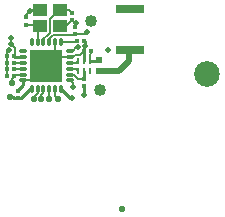
<source format=gtl>
%FSLAX24Y24*%
%MOIN*%
G70*
G01*
G75*
G04 Layer_Physical_Order=1*
G04 Layer_Color=255*
%ADD10R,0.0197X0.0197*%
%ADD11O,0.0295X0.0118*%
%ADD12O,0.0118X0.0295*%
%ADD13R,0.1102X0.1102*%
%ADD14R,0.0945X0.0295*%
%ADD15R,0.0098X0.0217*%
%ADD16R,0.0118X0.0118*%
%ADD17R,0.0118X0.0118*%
%ADD18R,0.0472X0.0394*%
%ADD19R,0.0472X0.0394*%
%ADD20C,0.0060*%
%ADD21C,0.0100*%
%ADD22C,0.0080*%
%ADD23C,0.0200*%
%ADD24C,0.0090*%
%ADD25C,0.0853*%
%ADD26C,0.0400*%
%ADD27C,0.0200*%
%ADD28C,0.0220*%
D10*
X18390Y17223D02*
D03*
Y17617D02*
D03*
D11*
X17437Y16918D02*
D03*
X15863Y17902D02*
D03*
X17437D02*
D03*
Y17705D02*
D03*
Y17508D02*
D03*
Y17312D02*
D03*
Y17115D02*
D03*
X15863Y16918D02*
D03*
Y17115D02*
D03*
Y17312D02*
D03*
Y17508D02*
D03*
Y17705D02*
D03*
D12*
X16158Y18197D02*
D03*
X17142Y16623D02*
D03*
X16945D02*
D03*
X16748D02*
D03*
X16552D02*
D03*
X16355D02*
D03*
Y18197D02*
D03*
X16552D02*
D03*
X16748D02*
D03*
X16945D02*
D03*
X17142D02*
D03*
X16158Y16623D02*
D03*
D13*
X16650Y17410D02*
D03*
D14*
X19430Y19288D02*
D03*
Y17930D02*
D03*
D15*
X17706Y17245D02*
D03*
Y17580D02*
D03*
X17903Y17245D02*
D03*
X18100D02*
D03*
Y17580D02*
D03*
X17903D02*
D03*
D16*
X17500Y19168D02*
D03*
Y18932D02*
D03*
X15980Y19018D02*
D03*
Y18782D02*
D03*
X17590Y18688D02*
D03*
Y18452D02*
D03*
X17900Y16732D02*
D03*
Y16968D02*
D03*
X15700Y16332D02*
D03*
Y16568D02*
D03*
D17*
X18148Y17910D02*
D03*
X17912D02*
D03*
X15342Y17730D02*
D03*
X15578D02*
D03*
Y17510D02*
D03*
X15342D02*
D03*
Y17290D02*
D03*
X15578D02*
D03*
X17918Y18250D02*
D03*
X17682D02*
D03*
X15578Y17060D02*
D03*
X15342D02*
D03*
D18*
X16430Y19252D02*
D03*
X17099D02*
D03*
Y18740D02*
D03*
D19*
X16430D02*
D03*
D20*
X17590Y18452D02*
X17978D01*
X17602Y18830D02*
X17650D01*
X17537Y18445D02*
X17542Y18440D01*
X16879Y18445D02*
X17537D01*
X17530Y16690D02*
Y16825D01*
X17437Y16918D02*
X17530Y16825D01*
X17142Y18197D02*
X17682D01*
X17500Y18932D02*
X17602Y18830D01*
X15980Y19018D02*
Y19100D01*
X16388Y18782D02*
X16430Y18740D01*
X15980Y18782D02*
X16388D01*
X15500Y16840D02*
Y16982D01*
X15578Y17060D01*
X15580Y17508D02*
X15863D01*
X15578Y17510D02*
X15580Y17508D01*
X15600Y17312D02*
X15863D01*
X15578Y17290D02*
X15600Y17312D01*
X15633Y17115D02*
X15863D01*
X15578Y17060D02*
X15633Y17115D01*
X16748Y18314D02*
X16879Y18445D01*
X16748Y18197D02*
Y18314D01*
X16552Y18197D02*
Y18300D01*
X16687Y18435D01*
X16695D01*
X16773Y18974D02*
X17051Y19252D01*
X16695Y18435D02*
X16773Y18513D01*
Y18974D01*
X17051Y19252D02*
X17099D01*
X16355Y18665D02*
X16430Y18740D01*
X16355Y18197D02*
Y18665D01*
X16552Y16502D02*
Y16623D01*
X16480Y16430D02*
X16552Y16502D01*
X16480Y16300D02*
Y16430D01*
X16355Y16485D02*
Y16623D01*
X16230Y16360D02*
X16355Y16485D01*
X16132Y19252D02*
X16430D01*
X17099D02*
X17416D01*
X17500Y19168D01*
X17308Y18740D02*
X17500Y18932D01*
X17099Y18740D02*
X17308D01*
X17613Y17778D02*
X17780D01*
X17903Y17901D01*
X17912Y17910D01*
X17437Y17705D02*
X17540D01*
X17613Y17778D01*
X15980Y19100D02*
X16132Y19252D01*
D21*
X17590Y18758D02*
X17632Y18800D01*
X17590Y18688D02*
Y18758D01*
X17632Y18800D02*
X17650Y18818D01*
X17632Y18800D02*
X17647D01*
X17435Y16330D02*
X17520D01*
X17142Y16623D02*
X17435Y16330D01*
X15863Y16763D02*
Y16918D01*
X15700Y16600D02*
X15863Y16763D01*
X15700Y16568D02*
Y16600D01*
X16089Y16623D02*
X16158D01*
X15798Y16332D02*
X16089Y16623D01*
X15700Y16332D02*
X15798D01*
X15698Y16330D02*
X15700Y16332D01*
X15570Y16330D02*
X15698D01*
X15540Y16360D02*
X15570Y16330D01*
X15450Y16360D02*
X15540D01*
X15603Y17705D02*
X15863D01*
X15578Y17730D02*
X15603Y17705D01*
X18100Y17580D02*
X18353D01*
X18390Y17617D01*
X17890Y16450D02*
Y16692D01*
X17903Y17580D02*
Y17901D01*
X17912Y17910D02*
Y18032D01*
X17930Y18050D01*
Y18080D02*
Y18238D01*
X17918Y18250D02*
X17930Y18238D01*
D22*
X17437Y17115D02*
X17555D01*
X16945Y16395D02*
X17040Y16300D01*
X16945Y16395D02*
Y16623D01*
X16748Y16292D02*
X16750Y16290D01*
X16748Y16292D02*
Y16623D01*
X15863Y16918D02*
X16158D01*
X16945Y17705D02*
X17437D01*
X16945D02*
Y18197D01*
X15342Y17510D02*
Y17730D01*
Y17290D02*
Y17510D01*
Y17060D02*
Y17290D01*
Y17730D02*
Y17862D01*
X15400Y17920D01*
X15578Y17730D02*
X15600Y17752D01*
X15460Y18130D02*
X15473D01*
X15600Y17752D02*
Y18003D01*
X15473Y18130D02*
X15600Y18003D01*
X17437Y17508D02*
X17635D01*
X17706Y17580D01*
X17437Y17312D02*
X17640D01*
X17706Y17245D01*
X18100Y17580D02*
Y17780D01*
X18148Y17828D01*
Y17910D01*
X17555Y17115D02*
X17702Y16968D01*
X17900D01*
X16158Y16918D02*
X16650Y17410D01*
X16945Y17705D01*
X17437Y17902D02*
X17532D01*
X17650Y18020D01*
D23*
X19083Y17233D02*
X19410Y17560D01*
X18390Y17233D02*
X19083D01*
X19410Y17560D02*
Y17910D01*
X19430Y17930D01*
D24*
X17900Y16968D02*
Y17242D01*
D25*
X22020Y17150D02*
D03*
D26*
X18150Y18890D02*
D03*
X18440Y16610D02*
D03*
D27*
X17990Y18540D02*
D03*
X17650Y18830D02*
D03*
X18690Y17940D02*
D03*
X17530Y16690D02*
D03*
X17070Y18740D02*
D03*
X16328Y17002D02*
D03*
X15460Y18350D02*
D03*
X17520Y16330D02*
D03*
X15400Y17920D02*
D03*
X16420Y17620D02*
D03*
X16910Y17210D02*
D03*
X16940Y17610D02*
D03*
X16110Y19250D02*
D03*
X15460Y18130D02*
D03*
X17890Y16450D02*
D03*
X17930Y18080D02*
D03*
X17690Y18020D02*
D03*
D28*
X15450Y16360D02*
D03*
X15500Y16820D02*
D03*
X19160Y12650D02*
D03*
X16750Y16290D02*
D03*
X17040Y16300D02*
D03*
X16480D02*
D03*
X16230D02*
D03*
M02*

</source>
